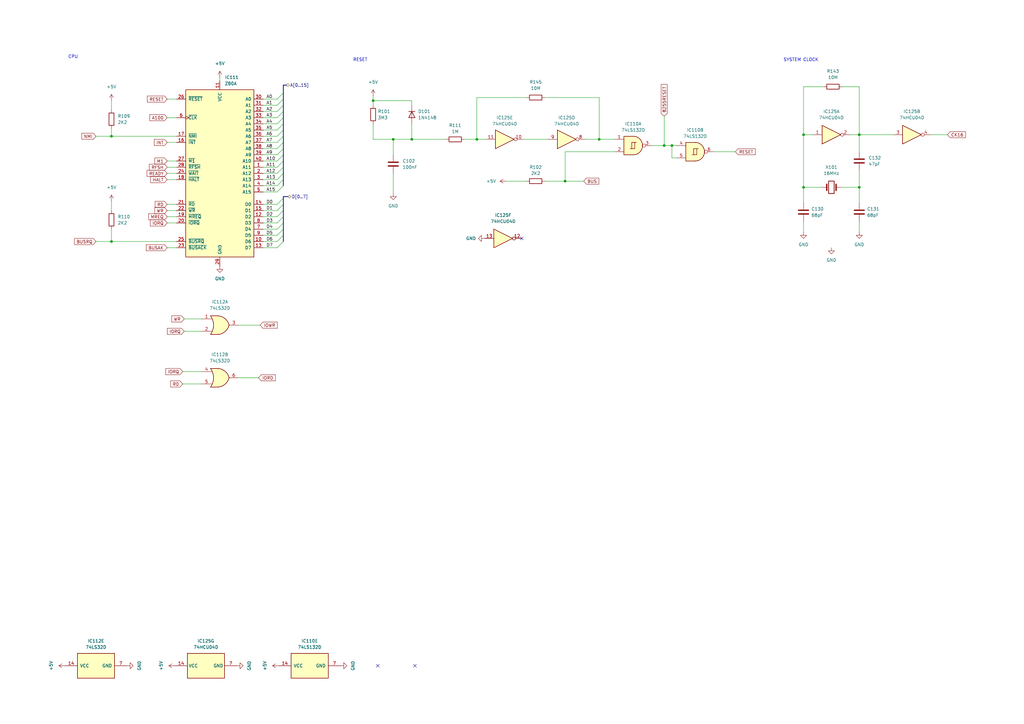
<source format=kicad_sch>
(kicad_sch (version 20211123) (generator eeschema)
  (paper "A3")
  (lib_symbols
    (symbol "74xx:74LS04"
      (property "Reference" "U" (at 0 1.27 0))
      (property "Value" "74LS04" (at 0 -1.27 0))
      (symbol "74LS04_1_0"
        (polyline (pts (xy -3.81 3.81) (xy -3.81 -3.81) (xy 3.81 0) (xy -3.81 3.81)) (stroke (width 0.254)) (fill (type background)))
        (pin input line (at -7.62 0 0) (length 3.81) (name "~") (number "1"))
        (pin output inverted (at 7.62 0 180) (length 3.81) (name "~") (number "2"))
      )
      (symbol "74LS04_2_0"
        (polyline (pts (xy -3.81 3.81) (xy -3.81 -3.81) (xy 3.81 0) (xy -3.81 3.81)) (stroke (width 0.254)) (fill (type background)))
        (pin input line (at -7.62 0 0) (length 3.81) (name "~") (number "3"))
        (pin output inverted (at 7.62 0 180) (length 3.81) (name "~") (number "4"))
      )
      (symbol "74LS04_3_0"
        (polyline (pts (xy -3.81 3.81) (xy -3.81 -3.81) (xy 3.81 0) (xy -3.81 3.81)) (stroke (width 0.254)) (fill (type background)))
        (pin input line (at -7.62 0 0) (length 3.81) (name "~") (number "5"))
        (pin output inverted (at 7.62 0 180) (length 3.81) (name "~") (number "6"))
      )
      (symbol "74LS04_4_0"
        (polyline (pts (xy -3.81 3.81) (xy -3.81 -3.81) (xy 3.81 0) (xy -3.81 3.81)) (stroke (width 0.254)) (fill (type background)))
        (pin output inverted (at 7.62 0 180) (length 3.81) (name "~") (number "8"))
        (pin input line (at -7.62 0 0) (length 3.81) (name "~") (number "9"))
      )
      (symbol "74LS04_5_0"
        (polyline (pts (xy -3.81 3.81) (xy -3.81 -3.81) (xy 3.81 0) (xy -3.81 3.81)) (stroke (width 0.254)) (fill (type background)))
        (pin output inverted (at 7.62 0 180) (length 3.81) (name "~") (number "10"))
        (pin input line (at -7.62 0 0) (length 3.81) (name "~") (number "11"))
      )
      (symbol "74LS04_6_0"
        (polyline (pts (xy -3.81 3.81) (xy -3.81 -3.81) (xy 3.81 0) (xy -3.81 3.81)) (stroke (width 0.254)) (fill (type background)))
        (pin output inverted (at 7.62 0 180) (length 3.81) (name "~") (number "12"))
        (pin input line (at -7.62 0 0) (length 3.81) (name "~") (number "13"))
      )
      (symbol "74LS04_7_0"
        (pin power_in line (at 0 12.7 270) (length 5.08) (name "VCC") (number "14"))
        (pin power_in line (at 0 -12.7 90) (length 5.08) (name "GND") (number "7"))
      )
      (symbol "74LS04_7_1"
        (rectangle (start -5.08 7.62) (end 5.08 -7.62) (stroke (width 0.254)) (fill (type background)))
      )
    )
    (symbol "74xx:74LS132" (pin_names (offset 1.016))
      (property "Reference" "U" (at 0 1.27 0))
      (property "Value" "74LS132" (at 0 -1.27 0))
      (symbol "74LS132_1_0"
        (polyline (pts (xy -0.635 -1.27) (xy -0.635 1.27) (xy 0.635 1.27)))
        (polyline (pts (xy -0.635 -1.27) (xy -0.635 1.27) (xy 0.635 1.27)))
        (polyline (pts (xy -1.27 -1.27) (xy 0.635 -1.27) (xy 0.635 1.27) (xy 1.27 1.27)))
        (polyline (pts (xy -1.27 -1.27) (xy 0.635 -1.27) (xy 0.635 1.27) (xy 1.27 1.27)))
      )
      (symbol "74LS132_1_1"
        (arc (start 0 -3.81) (mid 3.81 0) (end 0 3.81) (stroke (width 0.254)) (fill (type background)))
        (polyline (pts (xy 0 3.81) (xy -3.81 3.81) (xy -3.81 -3.81) (xy 0 -3.81)) (stroke (width 0.254)) (fill (type background)))
        (pin input line (at -7.62 2.54 0) (length 3.81) (name "~") (number "1"))
        (pin input line (at -7.62 -2.54 0) (length 3.81) (name "~") (number "2"))
        (pin output inverted (at 7.62 0 180) (length 3.81) (name "~") (number "3"))
      )
      (symbol "74LS132_1_2"
        (arc (start -3.81 -3.81) (mid -2.589 0) (end -3.81 3.81) (stroke (width 0.254)))
        (arc (start -0.6096 -3.81) (mid 2.1855 -2.584) (end 3.81 0) (stroke (width 0.254)) (fill (type background)))
        (polyline (pts (xy -3.81 -3.81) (xy -0.635 -3.81)) (stroke (width 0.254)) (fill (type background)))
        (polyline (pts (xy -3.81 3.81) (xy -0.635 3.81)) (stroke (width 0.254)) (fill (type background)))
        (polyline (pts (xy -0.635 3.81) (xy -3.81 3.81) (xy -3.81 3.81) (xy -3.556 3.4036) (xy -3.0226 2.2606) (xy -2.6924 1.0414) (xy -2.6162 -0.254) (xy -2.7686 -1.4986) (xy -3.175 -2.7178) (xy -3.81 -3.81) (xy -3.81 -3.81) (xy -0.635 -3.81)) (stroke (width -25.4)) (fill (type background)))
        (arc (start 3.81 0) (mid 2.1928 2.5925) (end -0.6096 3.81) (stroke (width 0.254)) (fill (type background)))
        (pin input inverted (at -7.62 2.54 0) (length 4.318) (name "~") (number "1"))
        (pin input inverted (at -7.62 -2.54 0) (length 4.318) (name "~") (number "2"))
        (pin output line (at 7.62 0 180) (length 3.81) (name "~") (number "3"))
      )
      (symbol "74LS132_2_0"
        (polyline (pts (xy -0.635 -1.27) (xy -0.635 1.27) (xy 0.635 1.27)))
        (polyline (pts (xy -0.635 -1.27) (xy -0.635 1.27) (xy 0.635 1.27)))
        (polyline (pts (xy -1.27 -1.27) (xy 0.635 -1.27) (xy 0.635 1.27) (xy 1.27 1.27)))
        (polyline (pts (xy -1.27 -1.27) (xy 0.635 -1.27) (xy 0.635 1.27) (xy 1.27 1.27)))
      )
      (symbol "74LS132_2_1"
        (arc (start 0 -3.81) (mid 3.81 0) (end 0 3.81) (stroke (width 0.254)) (fill (type background)))
        (polyline (pts (xy 0 3.81) (xy -3.81 3.81) (xy -3.81 -3.81) (xy 0 -3.81)) (stroke (width 0.254)) (fill (type background)))
        (pin input line (at -7.62 2.54 0) (length 3.81) (name "~") (number "4"))
        (pin input line (at -7.62 -2.54 0) (length 3.81) (name "~") (number "5"))
        (pin output inverted (at 7.62 0 180) (length 3.81) (name "~") (number "6"))
      )
      (symbol "74LS132_2_2"
        (arc (start -3.81 -3.81) (mid -2.589 0) (end -3.81 3.81) (stroke (width 0.254)))
        (arc (start -0.6096 -3.81) (mid 2.1855 -2.584) (end 3.81 0) (stroke (width 0.254)) (fill (type background)))
        (polyline (pts (xy -3.81 -3.81) (xy -0.635 -3.81)) (stroke (width 0.254)) (fill (type background)))
        (polyline (pts (xy -3.81 3.81) (xy -0.635 3.81)) (stroke (width 0.254)) (fill (type background)))
        (polyline (pts (xy -0.635 3.81) (xy -3.81 3.81) (xy -3.81 3.81) (xy -3.556 3.4036) (xy -3.0226 2.2606) (xy -2.6924 1.0414) (xy -2.6162 -0.254) (xy -2.7686 -1.4986) (xy -3.175 -2.7178) (xy -3.81 -3.81) (xy -3.81 -3.81) (xy -0.635 -3.81)) (stroke (width -25.4)) (fill (type background)))
        (arc (start 3.81 0) (mid 2.1928 2.5925) (end -0.6096 3.81) (stroke (width 0.254)) (fill (type background)))
        (pin input inverted (at -7.62 2.54 0) (length 4.318) (name "~") (number "4"))
        (pin input inverted (at -7.62 -2.54 0) (length 4.318) (name "~") (number "5"))
        (pin output line (at 7.62 0 180) (length 3.81) (name "~") (number "6"))
      )
      (symbol "74LS132_3_0"
        (polyline (pts (xy -0.635 -1.27) (xy -0.635 1.27) (xy 0.635 1.27)))
        (polyline (pts (xy -0.635 -1.27) (xy -0.635 1.27) (xy 0.635 1.27)))
        (polyline (pts (xy -1.27 -1.27) (xy 0.635 -1.27) (xy 0.635 1.27) (xy 1.27 1.27)))
        (polyline (pts (xy -1.27 -1.27) (xy 0.635 -1.27) (xy 0.635 1.27) (xy 1.27 1.27)))
      )
      (symbol "74LS132_3_1"
        (arc (start 0 -3.81) (mid 3.81 0) (end 0 3.81) (stroke (width 0.254)) (fill (type background)))
        (polyline (pts (xy 0 3.81) (xy -3.81 3.81) (xy -3.81 -3.81) (xy 0 -3.81)) (stroke (width 0.254)) (fill (type background)))
        (pin input line (at -7.62 -2.54 0) (length 3.81) (name "~") (number "10"))
        (pin output inverted (at 7.62 0 180) (length 3.81) (name "~") (number "8"))
        (pin input line (at -7.62 2.54 0) (length 3.81) (name "~") (number "9"))
      )
      (symbol "74LS132_3_2"
        (arc (start -3.81 -3.81) (mid -2.589 0) (end -3.81 3.81) (stroke (width 0.254)))
        (arc (start -0.6096 -3.81) (mid 2.1855 -2.584) (end 3.81 0) (stroke (width 0.254)) (fill (type background)))
        (polyline (pts (xy -3.81 -3.81) (xy -0.635 -3.81)) (stroke (width 0.254)) (fill (type background)))
        (polyline (pts (xy -3.81 3.81) (xy -0.635 3.81)) (stroke (width 0.254)) (fill (type background)))
        (polyline (pts (xy -0.635 3.81) (xy -3.81 3.81) (xy -3.81 3.81) (xy -3.556 3.4036) (xy -3.0226 2.2606) (xy -2.6924 1.0414) (xy -2.6162 -0.254) (xy -2.7686 -1.4986) (xy -3.175 -2.7178) (xy -3.81 -3.81) (xy -3.81 -3.81) (xy -0.635 -3.81)) (stroke (width -25.4)) (fill (type background)))
        (arc (start 3.81 0) (mid 2.1928 2.5925) (end -0.6096 3.81) (stroke (width 0.254)) (fill (type background)))
        (pin input inverted (at -7.62 -2.54 0) (length 4.318) (name "~") (number "10"))
        (pin output line (at 7.62 0 180) (length 3.81) (name "~") (number "8"))
        (pin input inverted (at -7.62 2.54 0) (length 4.318) (name "~") (number "9"))
      )
      (symbol "74LS132_4_0"
        (polyline (pts (xy -0.635 -1.27) (xy -0.635 1.27) (xy 0.635 1.27)))
        (polyline (pts (xy -0.635 -1.27) (xy -0.635 1.27) (xy 0.635 1.27)))
        (polyline (pts (xy -1.27 -1.27) (xy 0.635 -1.27) (xy 0.635 1.27) (xy 1.27 1.27)))
        (polyline (pts (xy -1.27 -1.27) (xy 0.635 -1.27) (xy 0.635 1.27) (xy 1.27 1.27)))
      )
      (symbol "74LS132_4_1"
        (arc (start 0 -3.81) (mid 3.81 0) (end 0 3.81) (stroke (width 0.254)) (fill (type background)))
        (polyline (pts (xy 0 3.81) (xy -3.81 3.81) (xy -3.81 -3.81) (xy 0 -3.81)) (stroke (width 0.254)) (fill (type background)))
        (pin output inverted (at 7.62 0 180) (length 3.81) (name "~") (number "11"))
        (pin input line (at -7.62 2.54 0) (length 3.81) (name "~") (number "12"))
        (pin input line (at -7.62 -2.54 0) (length 3.81) (name "~") (number "13"))
      )
      (symbol "74LS132_4_2"
        (arc (start -3.81 -3.81) (mid -2.589 0) (end -3.81 3.81) (stroke (width 0.254)))
        (arc (start -0.6096 -3.81) (mid 2.1855 -2.584) (end 3.81 0) (stroke (width 0.254)) (fill (type background)))
        (polyline (pts (xy -3.81 -3.81) (xy -0.635 -3.81)) (stroke (width 0.254)) (fill (type background)))
        (polyline (pts (xy -3.81 3.81) (xy -0.635 3.81)) (stroke (width 0.254)) (fill (type background)))
        (polyline (pts (xy -0.635 3.81) (xy -3.81 3.81) (xy -3.81 3.81) (xy -3.556 3.4036) (xy -3.0226 2.2606) (xy -2.6924 1.0414) (xy -2.6162 -0.254) (xy -2.7686 -1.4986) (xy -3.175 -2.7178) (xy -3.81 -3.81) (xy -3.81 -3.81) (xy -0.635 -3.81)) (stroke (width -25.4)) (fill (type background)))
        (arc (start 3.81 0) (mid 2.1928 2.5925) (end -0.6096 3.81) (stroke (width 0.254)) (fill (type background)))
        (pin output line (at 7.62 0 180) (length 3.81) (name "~") (number "11"))
        (pin input inverted (at -7.62 2.54 0) (length 4.318) (name "~") (number "12"))
        (pin input inverted (at -7.62 -2.54 0) (length 4.318) (name "~") (number "13"))
      )
      (symbol "74LS132_5_0"
        (pin power_in line (at 0 12.7 270) (length 5.08) (name "VCC") (number "14"))
        (pin power_in line (at 0 -12.7 90) (length 5.08) (name "GND") (number "7"))
      )
      (symbol "74LS132_5_1"
        (rectangle (start -5.08 7.62) (end 5.08 -7.62) (stroke (width 0.254)) (fill (type background)))
      )
    )
    (symbol "74xx:74LS32" (pin_names (offset 1.016))
      (property "Reference" "U" (at 0 1.27 0))
      (property "Value" "74LS32" (at 0 -1.27 0))
      (symbol "74LS32_1_1"
        (arc (start -3.81 -3.81) (mid -2.589 0) (end -3.81 3.81) (stroke (width 0.254)))
        (arc (start -0.6096 -3.81) (mid 2.1855 -2.584) (end 3.81 0) (stroke (width 0.254)) (fill (type background)))
        (polyline (pts (xy -3.81 -3.81) (xy -0.635 -3.81)) (stroke (width 0.254)) (fill (type background)))
        (polyline (pts (xy -3.81 3.81) (xy -0.635 3.81)) (stroke (width 0.254)) (fill (type background)))
        (polyline (pts (xy -0.635 3.81) (xy -3.81 3.81) (xy -3.81 3.81) (xy -3.556 3.4036) (xy -3.0226 2.2606) (xy -2.6924 1.0414) (xy -2.6162 -0.254) (xy -2.7686 -1.4986) (xy -3.175 -2.7178) (xy -3.81 -3.81) (xy -3.81 -3.81) (xy -0.635 -3.81)) (stroke (width -25.4)) (fill (type background)))
        (arc (start 3.81 0) (mid 2.1928 2.5925) (end -0.6096 3.81) (stroke (width 0.254)) (fill (type background)))
        (pin input line (at -7.62 2.54 0) (length 4.318) (name "~") (number "1"))
        (pin input line (at -7.62 -2.54 0) (length 4.318) (name "~") (number "2"))
        (pin output line (at 7.62 0 180) (length 3.81) (name "~") (number "3"))
      )
      (symbol "74LS32_1_2"
        (arc (start 0 -3.81) (mid 3.81 0) (end 0 3.81) (stroke (width 0.254)) (fill (type background)))
        (polyline (pts (xy 0 3.81) (xy -3.81 3.81) (xy -3.81 -3.81) (xy 0 -3.81)) (stroke (width 0.254)) (fill (type background)))
        (pin input inverted (at -7.62 2.54 0) (length 3.81) (name "~") (number "1"))
        (pin input inverted (at -7.62 -2.54 0) (length 3.81) (name "~") (number "2"))
        (pin output inverted (at 7.62 0 180) (length 3.81) (name "~") (number "3"))
      )
      (symbol "74LS32_2_1"
        (arc (start -3.81 -3.81) (mid -2.589 0) (end -3.81 3.81) (stroke (width 0.254)))
        (arc (start -0.6096 -3.81) (mid 2.1855 -2.584) (end 3.81 0) (stroke (width 0.254)) (fill (type background)))
        (polyline (pts (xy -3.81 -3.81) (xy -0.635 -3.81)) (stroke (width 0.254)) (fill (type background)))
        (polyline (pts (xy -3.81 3.81) (xy -0.635 3.81)) (stroke (width 0.254)) (fill (type background)))
        (polyline (pts (xy -0.635 3.81) (xy -3.81 3.81) (xy -3.81 3.81) (xy -3.556 3.4036) (xy -3.0226 2.2606) (xy -2.6924 1.0414) (xy -2.6162 -0.254) (xy -2.7686 -1.4986) (xy -3.175 -2.7178) (xy -3.81 -3.81) (xy -3.81 -3.81) (xy -0.635 -3.81)) (stroke (width -25.4)) (fill (type background)))
        (arc (start 3.81 0) (mid 2.1928 2.5925) (end -0.6096 3.81) (stroke (width 0.254)) (fill (type background)))
        (pin input line (at -7.62 2.54 0) (length 4.318) (name "~") (number "4"))
        (pin input line (at -7.62 -2.54 0) (length 4.318) (name "~") (number "5"))
        (pin output line (at 7.62 0 180) (length 3.81) (name "~") (number "6"))
      )
      (symbol "74LS32_2_2"
        (arc (start 0 -3.81) (mid 3.81 0) (end 0 3.81) (stroke (width 0.254)) (fill (type background)))
        (polyline (pts (xy 0 3.81) (xy -3.81 3.81) (xy -3.81 -3.81) (xy 0 -3.81)) (stroke (width 0.254)) (fill (type background)))
        (pin input inverted (at -7.62 2.54 0) (length 3.81) (name "~") (number "4"))
        (pin input inverted (at -7.62 -2.54 0) (length 3.81) (name "~") (number "5"))
        (pin output inverted (at 7.62 0 180) (length 3.81) (name "~") (number "6"))
      )
      (symbol "74LS32_3_1"
        (arc (start -3.81 -3.81) (mid -2.589 0) (end -3.81 3.81) (stroke (width 0.254)))
        (arc (start -0.6096 -3.81) (mid 2.1855 -2.584) (end 3.81 0) (stroke (width 0.254)) (fill (type background)))
        (polyline (pts (xy -3.81 -3.81) (xy -0.635 -3.81)) (stroke (width 0.254)) (fill (type background)))
        (polyline (pts (xy -3.81 3.81) (xy -0.635 3.81)) (stroke (width 0.254)) (fill (type background)))
        (polyline (pts (xy -0.635 3.81) (xy -3.81 3.81) (xy -3.81 3.81) (xy -3.556 3.4036) (xy -3.0226 2.2606) (xy -2.6924 1.0414) (xy -2.6162 -0.254) (xy -2.7686 -1.4986) (xy -3.175 -2.7178) (xy -3.81 -3.81) (xy -3.81 -3.81) (xy -0.635 -3.81)) (stroke (width -25.4)) (fill (type background)))
        (arc (start 3.81 0) (mid 2.1928 2.5925) (end -0.6096 3.81) (stroke (width 0.254)) (fill (type background)))
        (pin input line (at -7.62 -2.54 0) (length 4.318) (name "~") (number "10"))
        (pin output line (at 7.62 0 180) (length 3.81) (name "~") (number "8"))
        (pin input line (at -7.62 2.54 0) (length 4.318) (name "~") (number "9"))
      )
      (symbol "74LS32_3_2"
        (arc (start 0 -3.81) (mid 3.81 0) (end 0 3.81) (stroke (width 0.254)) (fill (type background)))
        (polyline (pts (xy 0 3.81) (xy -3.81 3.81) (xy -3.81 -3.81) (xy 0 -3.81)) (stroke (width 0.254)) (fill (type background)))
        (pin input inverted (at -7.62 -2.54 0) (length 3.81) (name "~") (number "10"))
        (pin output inverted (at 7.62 0 180) (length 3.81) (name "~") (number "8"))
        (pin input inverted (at -7.62 2.54 0) (length 3.81) (name "~") (number "9"))
      )
      (symbol "74LS32_4_1"
        (arc (start -3.81 -3.81) (mid -2.589 0) (end -3.81 3.81) (stroke (width 0.254)))
        (arc (start -0.6096 -3.81) (mid 2.1855 -2.584) (end 3.81 0) (stroke (width 0.254)) (fill (type background)))
        (polyline (pts (xy -3.81 -3.81) (xy -0.635 -3.81)) (stroke (width 0.254)) (fill (type background)))
        (polyline (pts (xy -3.81 3.81) (xy -0.635 3.81)) (stroke (width 0.254)) (fill (type background)))
        (polyline (pts (xy -0.635 3.81) (xy -3.81 3.81) (xy -3.81 3.81) (xy -3.556 3.4036) (xy -3.0226 2.2606) (xy -2.6924 1.0414) (xy -2.6162 -0.254) (xy -2.7686 -1.4986) (xy -3.175 -2.7178) (xy -3.81 -3.81) (xy -3.81 -3.81) (xy -0.635 -3.81)) (stroke (width -25.4)) (fill (type background)))
        (arc (start 3.81 0) (mid 2.1928 2.5925) (end -0.6096 3.81) (stroke (width 0.254)) (fill (type background)))
        (pin output line (at 7.62 0 180) (length 3.81) (name "~") (number "11"))
        (pin input line (at -7.62 2.54 0) (length 4.318) (name "~") (number "12"))
        (pin input line (at -7.62 -2.54 0) (length 4.318) (name "~") (number "13"))
      )
      (symbol "74LS32_4_2"
        (arc (start 0 -3.81) (mid 3.81 0) (end 0 3.81) (stroke (width 0.254)) (fill (type background)))
        (polyline (pts (xy 0 3.81) (xy -3.81 3.81) (xy -3.81 -3.81) (xy 0 -3.81)) (stroke (width 0.254)) (fill (type background)))
        (pin output inverted (at 7.62 0 180) (length 3.81) (name "~") (number "11"))
        (pin input inverted (at -7.62 2.54 0) (length 3.81) (name "~") (number "12"))
        (pin input inverted (at -7.62 -2.54 0) (length 3.81) (name "~") (number "13"))
      )
      (symbol "74LS32_5_0"
        (pin power_in line (at 0 12.7 270) (length 5.08) (name "VCC") (number "14"))
        (pin power_in line (at 0 -12.7 90) (length 5.08) (name "GND") (number "7"))
      )
      (symbol "74LS32_5_1"
        (rectangle (start -5.08 7.62) (end 5.08 -7.62) (stroke (width 0.254)) (fill (type background)))
      )
    )
    (symbol "CPU:Z80CPU" (pin_names (offset 1.016))
      (property "Reference" "U" (at -13.97 35.56 0))
      (property "Value" "Z80CPU" (at 6.35 35.56 0))
      (symbol "Z80CPU_0_1"
        (rectangle (start -13.97 34.29) (end 13.97 -34.29) (stroke (width 0.254)) (fill (type background)))
      )
      (symbol "Z80CPU_1_1"
        (pin output line (at 17.78 2.54 180) (length 3.81) (name "A11") (number "1"))
        (pin bidirectional line (at 17.78 -27.94 180) (length 3.81) (name "D6") (number "10"))
        (pin power_in line (at 0 38.1 270) (length 3.81) (name "VCC") (number "11"))
        (pin bidirectional line (at 17.78 -17.78 180) (length 3.81) (name "D2") (number "12"))
        (pin bidirectional line (at 17.78 -30.48 180) (length 3.81) (name "D7") (number "13"))
        (pin bidirectional line (at 17.78 -12.7 180) (length 3.81) (name "D0") (number "14"))
        (pin bidirectional line (at 17.78 -15.24 180) (length 3.81) (name "D1") (number "15"))
        (pin input line (at -17.78 12.7 0) (length 3.81) (name "~{INT}") (number "16"))
        (pin input line (at -17.78 15.24 0) (length 3.81) (name "~{NMI}") (number "17"))
        (pin output line (at -17.78 -2.54 0) (length 3.81) (name "~{HALT}") (number "18"))
        (pin output line (at -17.78 -17.78 0) (length 3.81) (name "~{MREQ}") (number "19"))
        (pin output line (at 17.78 0 180) (length 3.81) (name "A12") (number "2"))
        (pin output line (at -17.78 -20.32 0) (length 3.81) (name "~{IORQ}") (number "20"))
        (pin output line (at -17.78 -12.7 0) (length 3.81) (name "~{RD}") (number "21"))
        (pin output line (at -17.78 -15.24 0) (length 3.81) (name "~{WR}") (number "22"))
        (pin output line (at -17.78 -30.48 0) (length 3.81) (name "~{BUSACK}") (number "23"))
        (pin input line (at -17.78 0 0) (length 3.81) (name "~{WAIT}") (number "24"))
        (pin input line (at -17.78 -27.94 0) (length 3.81) (name "~{BUSRQ}") (number "25"))
        (pin input line (at -17.78 30.48 0) (length 3.81) (name "~{RESET}") (number "26"))
        (pin output line (at -17.78 5.08 0) (length 3.81) (name "~{M1}") (number "27"))
        (pin output line (at -17.78 2.54 0) (length 3.81) (name "~{RFSH}") (number "28"))
        (pin power_in line (at 0 -38.1 90) (length 3.81) (name "GND") (number "29"))
        (pin output line (at 17.78 -2.54 180) (length 3.81) (name "A13") (number "3"))
        (pin output line (at 17.78 30.48 180) (length 3.81) (name "A0") (number "30"))
        (pin output line (at 17.78 27.94 180) (length 3.81) (name "A1") (number "31"))
        (pin output line (at 17.78 25.4 180) (length 3.81) (name "A2") (number "32"))
        (pin output line (at 17.78 22.86 180) (length 3.81) (name "A3") (number "33"))
        (pin output line (at 17.78 20.32 180) (length 3.81) (name "A4") (number "34"))
        (pin output line (at 17.78 17.78 180) (length 3.81) (name "A5") (number "35"))
        (pin output line (at 17.78 15.24 180) (length 3.81) (name "A6") (number "36"))
        (pin output line (at 17.78 12.7 180) (length 3.81) (name "A7") (number "37"))
        (pin output line (at 17.78 10.16 180) (length 3.81) (name "A8") (number "38"))
        (pin output line (at 17.78 7.62 180) (length 3.81) (name "A9") (number "39"))
        (pin output line (at 17.78 -5.08 180) (length 3.81) (name "A14") (number "4"))
        (pin output line (at 17.78 5.08 180) (length 3.81) (name "A10") (number "40"))
        (pin output line (at 17.78 -7.62 180) (length 3.81) (name "A15") (number "5"))
        (pin input clock (at -17.78 22.86 0) (length 3.81) (name "~{CLK}") (number "6"))
        (pin bidirectional line (at 17.78 -22.86 180) (length 3.81) (name "D4") (number "7"))
        (pin bidirectional line (at 17.78 -20.32 180) (length 3.81) (name "D3") (number "8"))
        (pin bidirectional line (at 17.78 -25.4 180) (length 3.81) (name "D5") (number "9"))
      )
    )
    (symbol "Device:C" (pin_numbers hide) (pin_names (offset 0.254))
      (property "Reference" "C" (at 0.635 2.54 0))
      (property "Value" "C" (at 0.635 -2.54 0))
      (symbol "C_0_1"
        (polyline (pts (xy -2.032 -0.762) (xy 2.032 -0.762)) (stroke (width 0.508)))
        (polyline (pts (xy -2.032 0.762) (xy 2.032 0.762)) (stroke (width 0.508)))
      )
      (symbol "C_1_1"
        (pin passive line (at 0 3.81 270) (length 2.794) (name "~") (number "1"))
        (pin passive line (at 0 -3.81 90) (length 2.794) (name "~") (number "2"))
      )
    )
    (symbol "Device:Crystal" (pin_numbers hide) (pin_names (offset 1.016) hide)
      (property "Reference" "Y" (at 0 3.81 0))
      (property "Value" "Crystal" (at 0 -3.81 0))
      (symbol "Crystal_0_1"
        (rectangle (start -1.143 2.54) (end 1.143 -2.54) (stroke (width 0.3048)))
        (polyline (pts (xy -2.54 0) (xy -1.905 0)))
        (polyline (pts (xy -1.905 -1.27) (xy -1.905 1.27)) (stroke (width 0.508)))
        (polyline (pts (xy 1.905 -1.27) (xy 1.905 1.27)) (stroke (width 0.508)))
        (polyline (pts (xy 2.54 0) (xy 1.905 0)))
      )
      (symbol "Crystal_1_1"
        (pin passive line (at -3.81 0 0) (length 1.27) (name "1") (number "1"))
        (pin passive line (at 3.81 0 180) (length 1.27) (name "2") (number "2"))
      )
    )
    (symbol "Device:D" (pin_numbers hide) (pin_names (offset 1.016) hide)
      (property "Reference" "D" (at 0 2.54 0))
      (property "Value" "D" (at 0 -2.54 0))
      (symbol "D_0_1"
        (polyline (pts (xy -1.27 1.27) (xy -1.27 -1.27)) (stroke (width 0.254)))
        (polyline (pts (xy 1.27 0) (xy -1.27 0)))
        (polyline (pts (xy 1.27 1.27) (xy 1.27 -1.27) (xy -1.27 0) (xy 1.27 1.27)) (stroke (width 0.254)))
      )
      (symbol "D_1_1"
        (pin passive line (at -3.81 0 0) (length 2.54) (name "K") (number "1"))
        (pin passive line (at 3.81 0 180) (length 2.54) (name "A") (number "2"))
      )
    )
    (symbol "Device:R" (pin_numbers hide) (pin_names (offset 0))
      (property "Reference" "R" (at 2.032 0 90))
      (property "Value" "R" (at 0 0 90))
      (symbol "R_0_1"
        (rectangle (start -1.016 -2.54) (end 1.016 2.54) (stroke (width 0.254)))
      )
      (symbol "R_1_1"
        (pin passive line (at 0 3.81 270) (length 1.27) (name "~") (number "1"))
        (pin passive line (at 0 -3.81 90) (length 1.27) (name "~") (number "2"))
      )
    )
    (symbol "power:+5V" (power) (pin_names (offset 0))
      (property "Value" "+5V" (at 0 3.556 0))
      (symbol "+5V_0_1"
        (polyline (pts (xy -0.762 1.27) (xy 0 2.54)))
        (polyline (pts (xy 0 0) (xy 0 2.54)))
        (polyline (pts (xy 0 2.54) (xy 0.762 1.27)))
      )
      (symbol "+5V_1_1"
        (pin power_in line (at 0 0 90) (length 0) hide (name "+5V") (number "1"))
      )
    )
    (symbol "power:GND" (power) (pin_names (offset 0))
      (property "Value" "GND" (at 0 -3.81 0))
      (symbol "GND_0_1"
        (polyline (pts (xy 0 0) (xy 0 -1.27) (xy 1.27 -1.27) (xy 0 -2.54) (xy -1.27 -1.27) (xy 0 -1.27)))
      )
      (symbol "GND_1_1"
        (pin power_in line (at 0 0 270) (length 0) hide (name "GND") (number "1"))
      )
    )
  )
  (junction (at 245.745 57.15))
  (junction (at 45.72 99.06))
  (junction (at 272.415 59.69))
  (junction (at 231.775 74.295))
  (junction (at 275.59 59.69))
  (junction (at 153.035 41.275))
  (junction (at 195.58 57.15))
  (junction (at 329.565 55.245))
  (junction (at 352.425 76.835))
  (junction (at 45.72 55.88))
  (junction (at 329.565 76.835))
  (junction (at 168.91 57.15))
  (junction (at 161.29 57.15))
  (junction (at 352.425 55.245))
  (no_connect (at 213.995 97.79))
  (no_connect (at 154.94 273.05))
  (no_connect (at 170.18 273.05))
  (bus_entry (at 113.665 93.98) (size 2.54 -2.54))
  (bus_entry (at 113.665 66.04) (size 2.54 -2.54))
  (bus_entry (at 113.665 53.34) (size 2.54 -2.54))
  (bus_entry (at 113.665 83.82) (size 2.54 -2.54))
  (bus_entry (at 113.665 50.8) (size 2.54 -2.54))
  (bus_entry (at 113.665 86.36) (size 2.54 -2.54))
  (bus_entry (at 113.665 58.42) (size 2.54 -2.54))
  (bus_entry (at 113.665 76.2) (size 2.54 -2.54))
  (bus_entry (at 113.665 99.06) (size 2.54 -2.54))
  (bus_entry (at 113.665 96.52) (size 2.54 -2.54))
  (bus_entry (at 113.665 101.6) (size 2.54 -2.54))
  (bus_entry (at 113.665 48.26) (size 2.54 -2.54))
  (bus_entry (at 113.665 40.64) (size 2.54 -2.54))
  (bus_entry (at 113.665 60.96) (size 2.54 -2.54))
  (bus_entry (at 113.665 73.66) (size 2.54 -2.54))
  (bus_entry (at 113.665 63.5) (size 2.54 -2.54))
  (bus_entry (at 113.665 88.9) (size 2.54 -2.54))
  (bus_entry (at 113.665 91.44) (size 2.54 -2.54))
  (bus_entry (at 113.665 71.12) (size 2.54 -2.54))
  (bus_entry (at 113.665 43.18) (size 2.54 -2.54))
  (bus_entry (at 113.665 45.72) (size 2.54 -2.54))
  (bus_entry (at 113.665 55.88) (size 2.54 -2.54))
  (bus_entry (at 113.665 68.58) (size 2.54 -2.54))
  (bus_entry (at 113.665 78.74) (size 2.54 -2.54))
  (wire (pts (xy 352.425 55.245) (xy 352.425 35.56)))
  (wire (pts (xy 107.95 48.26) (xy 113.665 48.26)))
  (wire (pts (xy 272.415 59.69) (xy 275.59 59.69)))
  (wire (pts (xy 107.95 73.66) (xy 113.665 73.66)))
  (wire (pts (xy 153.035 41.275) (xy 153.035 43.18)))
  (wire (pts (xy 245.745 57.15) (xy 252.095 57.15)))
  (wire (pts (xy 153.035 39.37) (xy 153.035 41.275)))
  (wire (pts (xy 231.775 74.295) (xy 239.395 74.295)))
  (wire (pts (xy 68.58 101.6) (xy 72.39 101.6)))
  (wire (pts (xy 277.495 64.77) (xy 275.59 64.77)))
  (wire (pts (xy 107.95 53.34) (xy 113.665 53.34)))
  (wire (pts (xy 329.565 35.56) (xy 337.82 35.56)))
  (wire (pts (xy 245.745 40.005) (xy 245.745 57.15)))
  (wire (pts (xy 45.72 55.88) (xy 72.39 55.88)))
  (wire (pts (xy 352.425 69.85) (xy 352.425 76.835)))
  (wire (pts (xy 68.58 83.82) (xy 72.39 83.82)))
  (wire (pts (xy 207.645 74.295) (xy 215.9 74.295)))
  (wire (pts (xy 348.615 55.245) (xy 352.425 55.245)))
  (wire (pts (xy 68.58 86.36) (xy 72.39 86.36)))
  (wire (pts (xy 267.335 59.69) (xy 272.415 59.69)))
  (bus (pts (xy 116.205 45.72) (xy 116.205 48.26)))
  (wire (pts (xy 214.63 57.15) (xy 224.79 57.15)))
  (bus (pts (xy 116.205 34.925) (xy 116.205 38.1)))
  (wire (pts (xy 153.035 57.15) (xy 161.29 57.15)))
  (wire (pts (xy 215.9 40.005) (xy 195.58 40.005)))
  (wire (pts (xy 352.425 83.185) (xy 352.425 76.835)))
  (bus (pts (xy 116.205 93.98) (xy 116.205 96.52)))
  (wire (pts (xy 45.72 41.275) (xy 45.72 45.085)))
  (wire (pts (xy 161.29 71.12) (xy 161.29 79.375)))
  (bus (pts (xy 116.205 63.5) (xy 116.205 66.04)))
  (wire (pts (xy 329.565 83.185) (xy 329.565 76.835)))
  (wire (pts (xy 107.95 43.18) (xy 113.665 43.18)))
  (wire (pts (xy 107.95 99.06) (xy 113.665 99.06)))
  (wire (pts (xy 352.425 90.805) (xy 352.425 95.25)))
  (wire (pts (xy 153.035 41.275) (xy 168.91 41.275)))
  (wire (pts (xy 107.95 66.04) (xy 113.665 66.04)))
  (wire (pts (xy 45.72 82.55) (xy 45.72 86.36)))
  (bus (pts (xy 116.205 40.64) (xy 116.205 43.18)))
  (wire (pts (xy 68.58 88.9) (xy 72.39 88.9)))
  (wire (pts (xy 168.91 50.8) (xy 168.91 57.15)))
  (wire (pts (xy 292.735 62.23) (xy 301.625 62.23)))
  (wire (pts (xy 107.95 71.12) (xy 113.665 71.12)))
  (wire (pts (xy 107.95 40.64) (xy 113.665 40.64)))
  (bus (pts (xy 116.205 88.9) (xy 116.205 91.44)))
  (wire (pts (xy 107.95 78.74) (xy 113.665 78.74)))
  (bus (pts (xy 116.205 43.18) (xy 116.205 45.72)))
  (wire (pts (xy 68.58 58.42) (xy 72.39 58.42)))
  (wire (pts (xy 107.95 86.36) (xy 113.665 86.36)))
  (wire (pts (xy 45.72 93.98) (xy 45.72 99.06)))
  (wire (pts (xy 74.93 152.4) (xy 82.55 152.4)))
  (wire (pts (xy 107.95 45.72) (xy 113.665 45.72)))
  (bus (pts (xy 116.205 73.66) (xy 116.205 76.2)))
  (bus (pts (xy 116.205 81.28) (xy 116.205 83.82)))
  (wire (pts (xy 168.91 43.18) (xy 168.91 41.275)))
  (wire (pts (xy 45.72 52.705) (xy 45.72 55.88)))
  (wire (pts (xy 39.37 99.06) (xy 45.72 99.06)))
  (bus (pts (xy 116.205 80.645) (xy 116.205 81.28)))
  (wire (pts (xy 107.95 50.8) (xy 113.665 50.8)))
  (bus (pts (xy 116.205 60.96) (xy 116.205 63.5)))
  (bus (pts (xy 116.205 58.42) (xy 116.205 60.96)))
  (wire (pts (xy 107.95 76.2) (xy 113.665 76.2)))
  (wire (pts (xy 275.59 64.77) (xy 275.59 59.69)))
  (wire (pts (xy 75.565 135.89) (xy 82.55 135.89)))
  (bus (pts (xy 116.205 66.04) (xy 116.205 68.58)))
  (wire (pts (xy 68.58 40.64) (xy 72.39 40.64)))
  (wire (pts (xy 223.52 74.295) (xy 231.775 74.295)))
  (bus (pts (xy 116.205 96.52) (xy 116.205 99.06)))
  (wire (pts (xy 107.95 55.88) (xy 113.665 55.88)))
  (wire (pts (xy 74.93 157.48) (xy 82.55 157.48)))
  (bus (pts (xy 116.205 50.8) (xy 116.205 53.34)))
  (bus (pts (xy 116.205 68.58) (xy 116.205 71.12)))
  (wire (pts (xy 329.565 76.835) (xy 329.565 55.245)))
  (wire (pts (xy 107.95 83.82) (xy 113.665 83.82)))
  (wire (pts (xy 107.95 91.44) (xy 113.665 91.44)))
  (bus (pts (xy 116.205 83.82) (xy 116.205 86.36)))
  (bus (pts (xy 116.205 53.34) (xy 116.205 55.88)))
  (wire (pts (xy 107.95 93.98) (xy 113.665 93.98)))
  (bus (pts (xy 116.205 38.1) (xy 116.205 40.64)))
  (wire (pts (xy 68.58 71.12) (xy 72.39 71.12)))
  (wire (pts (xy 231.775 62.23) (xy 252.095 62.23)))
  (bus (pts (xy 117.475 34.925) (xy 116.205 34.925)))
  (wire (pts (xy 223.52 40.005) (xy 245.745 40.005)))
  (bus (pts (xy 116.205 86.36) (xy 116.205 88.9)))
  (bus (pts (xy 118.11 80.645) (xy 116.205 80.645)))
  (bus (pts (xy 116.205 48.26) (xy 116.205 50.8)))
  (wire (pts (xy 275.59 59.69) (xy 277.495 59.69)))
  (wire (pts (xy 68.58 73.66) (xy 72.39 73.66)))
  (wire (pts (xy 107.95 96.52) (xy 113.665 96.52)))
  (wire (pts (xy 195.58 57.15) (xy 199.39 57.15)))
  (wire (pts (xy 329.565 55.245) (xy 333.375 55.245)))
  (wire (pts (xy 329.565 76.835) (xy 337.185 76.835)))
  (wire (pts (xy 344.805 76.835) (xy 352.425 76.835)))
  (wire (pts (xy 161.29 57.15) (xy 161.29 63.5)))
  (wire (pts (xy 107.95 68.58) (xy 113.665 68.58)))
  (wire (pts (xy 240.03 57.15) (xy 245.745 57.15)))
  (wire (pts (xy 329.565 55.245) (xy 329.565 35.56)))
  (wire (pts (xy 97.79 133.35) (xy 106.68 133.35)))
  (wire (pts (xy 352.425 55.245) (xy 352.425 62.23)))
  (wire (pts (xy 107.95 88.9) (xy 113.665 88.9)))
  (bus (pts (xy 116.205 71.12) (xy 116.205 73.66)))
  (bus (pts (xy 116.205 55.88) (xy 116.205 58.42)))
  (wire (pts (xy 39.37 55.88) (xy 45.72 55.88)))
  (wire (pts (xy 45.72 99.06) (xy 72.39 99.06)))
  (wire (pts (xy 329.565 90.805) (xy 329.565 95.25)))
  (wire (pts (xy 231.775 74.295) (xy 231.775 62.23)))
  (wire (pts (xy 75.565 130.81) (xy 82.55 130.81)))
  (wire (pts (xy 272.415 47.625) (xy 272.415 59.69)))
  (bus (pts (xy 116.205 91.44) (xy 116.205 93.98)))
  (wire (pts (xy 68.58 91.44) (xy 72.39 91.44)))
  (wire (pts (xy 107.95 63.5) (xy 113.665 63.5)))
  (wire (pts (xy 153.035 50.8) (xy 153.035 57.15)))
  (wire (pts (xy 97.79 154.94) (xy 106.045 154.94)))
  (wire (pts (xy 107.95 58.42) (xy 113.665 58.42)))
  (wire (pts (xy 352.425 35.56) (xy 345.44 35.56)))
  (wire (pts (xy 168.91 57.15) (xy 182.88 57.15)))
  (wire (pts (xy 68.58 68.58) (xy 72.39 68.58)))
  (wire (pts (xy 190.5 57.15) (xy 195.58 57.15)))
  (wire (pts (xy 107.95 101.6) (xy 113.665 101.6)))
  (wire (pts (xy 68.58 66.04) (xy 72.39 66.04)))
  (wire (pts (xy 107.95 60.96) (xy 113.665 60.96)))
  (wire (pts (xy 161.29 57.15) (xy 168.91 57.15)))
  (wire (pts (xy 68.58 48.26) (xy 72.39 48.26)))
  (wire (pts (xy 195.58 40.005) (xy 195.58 57.15)))
  (wire (pts (xy 90.17 31.75) (xy 90.17 33.02)))
  (wire (pts (xy 352.425 55.245) (xy 366.395 55.245)))
  (wire (pts (xy 381.635 55.245) (xy 388.62 55.245)))
  (text "RESET" (at 144.78 25.4 0) (effects (font (size 1.27 1.27)) (justify left bottom)))
  (text "CPU" (at 27.94 24.13 0) (effects (font (size 1.27 1.27)) (justify left bottom)))
  (text "SYSTEM CLOCK" (at 321.31 25.4 0) (effects (font (size 1.27 1.27)) (justify left bottom)))
  (label "A1" (at 109.22 43.18 0))
  (label "D2" (at 109.22 88.9 0))
  (label "A3" (at 109.22 48.26 0))
  (label "A0" (at 109.22 40.64 0))
  (label "A2" (at 109.22 45.72 0))
  (label "D3" (at 109.22 91.44 0))
  (label "A15" (at 109.22 78.74 0))
  (label "A5" (at 109.22 53.34 0))
  (label "A7" (at 109.22 58.42 0))
  (label "A14" (at 109.22 76.2 0))
  (label "D0" (at 109.22 83.82 0))
  (label "D7" (at 109.22 101.6 0))
  (label "A8" (at 109.22 60.96 0))
  (label "A9" (at 109.22 63.5 0))
  (label "A11" (at 109.22 68.58 0))
  (label "D5" (at 109.22 96.52 0))
  (label "A13" (at 109.22 73.66 0))
  (label "A12" (at 109.22 71.12 0))
  (label "A4" (at 109.22 50.8 0))
  (label "A6" (at 109.22 55.88 0))
  (label "A10" (at 109.22 66.04 0))
  (label "D4" (at 109.22 93.98 0))
  (label "D6" (at 109.22 99.06 0))
  (label "D1" (at 109.22 86.36 0))
  (global_label "WR" (shape input) (at 75.565 130.81 180) (property "Intersheet References" "${INTERSHEET_REFS}" (effects hide)))
  (global_label "RESET" (shape input) (at 68.58 40.64 180) (property "Intersheet References" "${INTERSHEET_REFS}" (effects hide)))
  (global_label "INT" (shape input) (at 68.58 58.42 180) (property "Intersheet References" "${INTERSHEET_REFS}" (effects hide)))
  (global_label "RD" (shape input) (at 68.58 83.82 180) (property "Intersheet References" "${INTERSHEET_REFS}" (effects hide)))
  (global_label "IOWR" (shape input) (at 106.68 133.35 0) (property "Intersheet References" "${INTERSHEET_REFS}" (effects hide)))
  (global_label "BUS" (shape input) (at 239.395 74.295 0) (property "Intersheet References" "${INTERSHEET_REFS}" (effects hide)))
  (global_label "RESET" (shape input) (at 301.625 62.23 0) (property "Intersheet References" "${INTERSHEET_REFS}" (effects hide)))
  (global_label "A100" (shape input) (at 68.58 48.26 180) (property "Intersheet References" "${INTERSHEET_REFS}" (effects hide)))
  (global_label "READY" (shape input) (at 68.58 71.12 180) (property "Intersheet References" "${INTERSHEET_REFS}" (effects hide)))
  (global_label "RD" (shape input) (at 74.93 157.48 180) (property "Intersheet References" "${INTERSHEET_REFS}" (effects hide)))
  (global_label "8255RESET" (shape input) (at 272.415 47.625 90) (property "Intersheet References" "${INTERSHEET_REFS}" (effects hide)))
  (global_label "IORQ" (shape input) (at 74.93 152.4 180) (property "Intersheet References" "${INTERSHEET_REFS}" (effects hide)))
  (global_label "MREQ" (shape input) (at 68.58 88.9 180) (property "Intersheet References" "${INTERSHEET_REFS}" (effects hide)))
  (global_label "NMI" (shape input) (at 39.37 55.88 180) (property "Intersheet References" "${INTERSHEET_REFS}" (effects hide)))
  (global_label "IORQ" (shape input) (at 75.565 135.89 180) (property "Intersheet References" "${INTERSHEET_REFS}" (effects hide)))
  (global_label "IORQ" (shape input) (at 68.58 91.44 180) (property "Intersheet References" "${INTERSHEET_REFS}" (effects hide)))
  (global_label "HALT" (shape input) (at 68.58 73.66 180) (property "Intersheet References" "${INTERSHEET_REFS}" (effects hide)))
  (global_label "WR" (shape input) (at 68.58 86.36 180) (property "Intersheet References" "${INTERSHEET_REFS}" (effects hide)))
  (global_label "BUSAK" (shape input) (at 68.58 101.6 180) (property "Intersheet References" "${INTERSHEET_REFS}" (effects hide)))
  (global_label "M1" (shape input) (at 68.58 66.04 180) (property "Intersheet References" "${INTERSHEET_REFS}" (effects hide)))
  (global_label "IORD" (shape input) (at 106.045 154.94 0) (property "Intersheet References" "${INTERSHEET_REFS}" (effects hide)))
  (global_label "BUSRQ" (shape input) (at 39.37 99.06 180) (property "Intersheet References" "${INTERSHEET_REFS}" (effects hide)))
  (global_label "CK16" (shape input) (at 388.62 55.245 0) (property "Intersheet References" "${INTERSHEET_REFS}" (effects hide)))
  (global_label "RFSH" (shape input) (at 68.58 68.58 180) (property "Intersheet References" "${INTERSHEET_REFS}" (effects hide)))
  (hierarchical_label "A[0..15]" (shape bidirectional) (at 117.475 34.925 0))
  (hierarchical_label "D[0..7]" (shape bidirectional) (at 118.11 80.645 0))
  (symbol (lib_id "power:GND") (at 340.995 101.6 0) (unit 1)
    (property "Reference" "#PWR0199" (effects hide))
    (property "Value" "GND" (at 340.995 106.68 0))
  )
  (symbol (lib_id "Device:C") (at 329.565 86.995 0) (unit 1)
    (property "Reference" "C130" (at 332.74 85.7249 0) (effects (justify left)))
    (property "Value" "68pF" (at 332.74 88.2649 0) (effects (justify left)))
    (property "Footprint" "Capacitor_SMD:C_0805_2012Metric" (effects hide))
    (property "LCSC" "C1834" (effects hide))
  )
  (symbol (lib_id "74xx:74LS04") (at 207.01 57.15 0) (unit 5)
    (property "Reference" "IC125" (at 207.01 48.26 0))
    (property "Value" "74HCU04D" (at 207.01 50.8 0))
    (property "Footprint" "Package_SO:SOIC-14_3.9x8.7mm_P1.27mm" (effects hide))
    (property "Datasheet" "http://www.ti.com/lit/gpn/sn74LS04" (effects hide))
  )
  (symbol (lib_id "Device:R") (at 341.63 35.56 90) (unit 1)
    (property "Reference" "R143" (at 341.63 29.21 90))
    (property "Value" "10M" (at 341.63 31.75 90))
    (property "Footprint" "Resistor_SMD:R_0805_2012Metric" (effects hide))
    (property "LCSC" "C309665" (effects hide))
  )
  (symbol (lib_id "74xx:74LS32") (at 39.37 273.05 90) (unit 5)
    (property "Reference" "IC112" (at 39.37 262.89 90))
    (property "Value" "74LS32D" (at 39.37 265.43 90))
    (property "Footprint" "Package_SO:SOIC-14_3.9x8.7mm_P1.27mm" (effects hide))
    (property "Datasheet" "http://www.ti.com/lit/gpn/sn74LS32" (effects hide))
  )
  (symbol (lib_id "Device:Crystal") (at 340.995 76.835 0) (unit 1)
    (property "Reference" "X101" (at 340.995 68.58 0))
    (property "Value" "16MHz" (at 340.995 71.12 0))
    (property "Footprint" "Crystal:Crystal_HC49-U_Vertical" (effects hide))
  )
  (symbol (lib_id "power:GND") (at 97.155 273.05 90) (unit 1)
    (property "Reference" "#PWR0112" (effects hide))
    (property "Value" "GND" (at 102.235 273.05 0))
  )
  (symbol (lib_id "74xx:74LS32") (at 90.17 133.35 0) (unit 1)
    (property "Reference" "IC112" (at 90.17 123.825 0))
    (property "Value" "74LS32D" (at 90.17 126.365 0))
    (property "Footprint" "Package_SO:SOIC-14_3.9x8.7mm_P1.27mm" (effects hide))
    (property "Datasheet" "http://www.ti.com/lit/gpn/sn74LS32" (effects hide))
  )
  (symbol (lib_id "power:+5V") (at 153.035 39.37 0) (unit 1)
    (property "Reference" "#PWR0114" (effects hide))
    (property "Value" "+5V" (at 153.035 33.655 0))
  )
  (symbol (lib_id "Device:C") (at 352.425 86.995 0) (unit 1)
    (property "Reference" "C131" (at 355.6 85.7249 0) (effects (justify left)))
    (property "Value" "68pF" (at 355.6 88.2649 0) (effects (justify left)))
    (property "Footprint" "Capacitor_SMD:C_0805_2012Metric" (effects hide))
    (property "LCSC" "C1834" (effects hide))
  )
  (symbol (lib_id "74xx:74LS04") (at 374.015 55.245 0) (unit 2)
    (property "Reference" "IC125" (at 374.015 45.72 0))
    (property "Value" "74HCU04D" (at 374.015 48.26 0))
    (property "Footprint" "Package_SO:SOIC-14_3.9x8.7mm_P1.27mm" (effects hide))
    (property "Datasheet" "http://www.ti.com/lit/gpn/sn74LS04" (effects hide))
  )
  (symbol (lib_id "Device:R") (at 153.035 46.99 0) (unit 1)
    (property "Reference" "R101" (at 154.94 45.7199 0) (effects (justify left)))
    (property "Value" "3M3" (at 154.94 48.2599 0) (effects (justify left)))
    (property "Footprint" "Resistor_SMD:R_0805_2012Metric" (effects hide))
    (property "LCSC" "C483095" (effects hide))
  )
  (symbol (lib_id "Device:R") (at 186.69 57.15 90) (unit 1)
    (property "Reference" "R111" (at 186.69 51.435 90))
    (property "Value" "1M" (at 186.69 53.975 90))
    (property "Footprint" "Resistor_SMD:R_0805_2012Metric" (effects hide))
    (property "LCSC" "C482940" (effects hide))
  )
  (symbol (lib_id "74xx:74LS04") (at 206.375 97.79 0) (unit 6)
    (property "Reference" "IC125" (at 206.375 88.265 0))
    (property "Value" "74HCU04D" (at 206.375 90.805 0))
    (property "Footprint" "Package_SO:SOIC-14_3.9x8.7mm_P1.27mm" (effects hide))
    (property "Datasheet" "http://www.ti.com/lit/gpn/sn74LS04" (effects hide))
  )
  (symbol (lib_id "power:+5V") (at 26.67 273.05 90) (unit 1)
    (property "Reference" "#PWR0107" (effects hide))
    (property "Value" "+5V" (at 20.955 273.05 0))
  )
  (symbol (lib_id "power:GND") (at 329.565 95.25 0) (unit 1)
    (property "Reference" "#PWR0122" (effects hide))
    (property "Value" "GND" (at 329.565 100.33 0))
  )
  (symbol (lib_id "Device:C") (at 161.29 67.31 0) (unit 1)
    (property "Reference" "C102" (at 165.1 66.0399 0) (effects (justify left)))
    (property "Value" "100nF" (at 165.1 68.5799 0) (effects (justify left)))
    (property "Footprint" "Capacitor_SMD:C_0805_2012Metric" (effects hide))
    (property "LCSC" "C49678" (effects hide))
  )
  (symbol (lib_id "Device:R") (at 219.71 40.005 90) (unit 1)
    (property "Reference" "R145" (at 219.71 33.655 90))
    (property "Value" "10M" (at 219.71 36.195 90))
    (property "Footprint" "Resistor_SMD:R_0805_2012Metric" (effects hide))
    (property "LCSC" "C309665" (effects hide))
  )
  (symbol (lib_id "Device:R") (at 45.72 48.895 0) (unit 1)
    (property "Reference" "R109" (at 48.26 47.6249 0) (effects (justify left)))
    (property "Value" "2K2" (at 48.26 50.1649 0) (effects (justify left)))
    (property "Footprint" "Resistor_SMD:R_0805_2012Metric" (effects hide))
    (property "LCSC" "C114561" (effects hide))
  )
  (symbol (lib_id "power:+5V") (at 45.72 82.55 0) (unit 1)
    (property "Reference" "#PWR0102" (effects hide))
    (property "Value" "+5V" (at 45.72 76.835 0))
  )
  (symbol (lib_id "74xx:74LS132") (at 259.715 59.69 0) (unit 1)
    (property "Reference" "IC110" (at 259.715 50.8 0))
    (property "Value" "74LS132D" (at 259.715 53.34 0))
    (property "Footprint" "Package_SO:SOIC-14_3.9x8.7mm_P1.27mm" (effects hide))
    (property "Datasheet" "http://www.ti.com/lit/gpn/sn74LS132" (effects hide))
  )
  (symbol (lib_id "Device:R") (at 219.71 74.295 90) (unit 1)
    (property "Reference" "R102" (at 219.71 68.58 90))
    (property "Value" "2K2" (at 219.71 71.12 90))
    (property "Footprint" "Resistor_SMD:R_0805_2012Metric" (effects hide))
    (property "LCSC" "C114561" (effects hide))
  )
  (symbol (lib_id "74xx:74LS04") (at 232.41 57.15 0) (unit 4)
    (property "Reference" "IC125" (at 232.41 48.26 0))
    (property "Value" "74HCU04D" (at 232.41 50.8 0))
    (property "Footprint" "Package_SO:SOIC-14_3.9x8.7mm_P1.27mm" (effects hide))
    (property "Datasheet" "http://www.ti.com/lit/gpn/sn74LS04" (effects hide))
  )
  (symbol (lib_id "power:+5V") (at 71.755 273.05 90) (unit 1)
    (property "Reference" "#PWR0111" (effects hide))
    (property "Value" "+5V" (at 66.04 273.05 0))
  )
  (symbol (lib_id "power:GND") (at 198.755 97.79 270) (unit 1)
    (property "Reference" "#PWR0134" (effects hide))
    (property "Value" "GND" (at 191.135 97.79 90) (effects (justify left)))
  )
  (symbol (lib_id "74xx:74LS132") (at 285.115 62.23 0) (unit 2)
    (property "Reference" "IC110" (at 285.115 53.34 0))
    (property "Value" "74LS132D" (at 285.115 55.88 0))
    (property "Footprint" "Package_SO:SOIC-14_3.9x8.7mm_P1.27mm" (effects hide))
    (property "Datasheet" "http://www.ti.com/lit/gpn/sn74LS132" (effects hide))
  )
  (symbol (lib_id "Device:D") (at 168.91 46.99 270) (unit 1)
    (property "Reference" "D101" (at 171.45 45.7199 90) (effects (justify left)))
    (property "Value" "1N4148" (at 171.45 48.2599 90) (effects (justify left)))
    (property "Footprint" "Diode_SMD:D_SOD-123" (effects hide))
    (property "LCSC" "C2099" (effects hide))
  )
  (symbol (lib_id "power:+5V") (at 207.645 74.295 90) (unit 1)
    (property "Reference" "#PWR0120" (effects hide))
    (property "Value" "+5V" (at 199.39 74.295 90) (effects (justify right)))
  )
  (symbol (lib_id "power:GND") (at 52.07 273.05 90) (unit 1)
    (property "Reference" "#PWR0108" (effects hide))
    (property "Value" "GND" (at 57.15 273.05 0))
  )
  (symbol (lib_id "Device:R") (at 45.72 90.17 0) (unit 1)
    (property "Reference" "R110" (at 48.26 88.8999 0) (effects (justify left)))
    (property "Value" "2K2" (at 48.26 91.4399 0) (effects (justify left)))
    (property "Footprint" "Resistor_SMD:R_0805_2012Metric" (effects hide))
    (property "LCSC" "C114561" (effects hide))
  )
  (symbol (lib_id "74xx:74LS132") (at 127 273.05 90) (unit 5)
    (property "Reference" "IC110" (at 127 262.89 90))
    (property "Value" "74LS132D" (at 127 265.43 90))
    (property "Footprint" "Package_SO:SOIC-14_3.9x8.7mm_P1.27mm" (effects hide))
    (property "Datasheet" "http://www.ti.com/lit/gpn/sn74LS132" (effects hide))
  )
  (symbol (lib_id "74xx:74LS04") (at 84.455 273.05 90) (unit 7)
    (property "Reference" "IC125" (at 84.455 262.89 90))
    (property "Value" "74HCU04D" (at 84.455 265.43 90))
    (property "Footprint" "Package_SO:SOIC-14_3.9x8.7mm_P1.27mm" (effects hide))
    (property "Datasheet" "http://www.ti.com/lit/gpn/sn74LS04" (effects hide))
  )
  (symbol (lib_id "74xx:74LS32") (at 90.17 154.94 0) (unit 2)
    (property "Reference" "IC112" (at 90.17 145.415 0))
    (property "Value" "74LS32D" (at 90.17 147.955 0))
    (property "Footprint" "Package_SO:SOIC-14_3.9x8.7mm_P1.27mm" (effects hide))
    (property "Datasheet" "http://www.ti.com/lit/gpn/sn74LS32" (effects hide))
  )
  (symbol (lib_id "power:GND") (at 161.29 79.375 0) (unit 1)
    (property "Reference" "#PWR0115" (effects hide))
    (property "Value" "GND" (at 161.29 84.455 0))
  )
  (symbol (lib_id "power:+5V") (at 90.17 31.75 0) (unit 1)
    (property "Reference" "#PWR0101" (effects hide))
    (property "Value" "+5V" (at 90.17 26.035 0))
  )
  (symbol (lib_id "74xx:74LS04") (at 340.995 55.245 0) (unit 1)
    (property "Reference" "IC125" (at 340.995 45.72 0))
    (property "Value" "74HCU04D" (at 340.995 48.26 0))
    (property "Footprint" "Package_SO:SOIC-14_3.9x8.7mm_P1.27mm" (effects hide))
    (property "Datasheet" "http://www.ti.com/lit/gpn/sn74LS04" (effects hide))
  )
  (symbol (lib_id "Device:C") (at 352.425 66.04 180) (unit 1)
    (property "Reference" "C132" (at 356.235 64.7699 0) (effects (justify right)))
    (property "Value" "47pF" (at 356.235 67.3099 0) (effects (justify right)))
    (property "Footprint" "Capacitor_SMD:C_0805_2012Metric" (effects hide))
    (property "LCSC" "C24659" (effects hide))
  )
  (symbol (lib_id "power:GND") (at 90.17 109.22 0) (unit 1)
    (property "Reference" "#PWR0106" (effects hide))
    (property "Value" "GND" (at 90.17 114.3 0))
  )
  (symbol (lib_id "power:+5V") (at 114.3 273.05 90) (unit 1)
    (property "Reference" "#PWR0110" (effects hide))
    (property "Value" "+5V" (at 108.585 273.05 0))
  )
  (symbol (lib_id "power:GND") (at 139.7 273.05 90) (unit 1)
    (property "Reference" "#PWR0113" (effects hide))
    (property "Value" "GND" (at 144.78 273.05 0))
  )
  (symbol (lib_id "power:+5V") (at 45.72 41.275 0) (unit 1)
    (property "Reference" "#PWR0104" (effects hide))
    (property "Value" "+5V" (at 45.72 35.56 0))
  )
  (symbol (lib_id "CPU:Z80CPU") (at 90.17 71.12 0) (unit 1)
    (property "Reference" "IC111" (at 92.1894 31.75 0) (effects (justify left)))
    (property "Value" "Z80A" (at 92.1894 34.29 0) (effects (justify left)))
    (property "Footprint" "Package_DIP:DIP-40_W15.24mm" (effects hide))
    (property "Datasheet" "www.zilog.com/manage_directlink.php?filepath=docs/z80/um0080" (effects hide))
  )
  (symbol (lib_id "power:GND") (at 352.425 95.25 0) (unit 1)
    (property "Reference" "#PWR0121" (effects hide))
    (property "Value" "GND" (at 352.425 100.33 0))
  )
)
</source>
